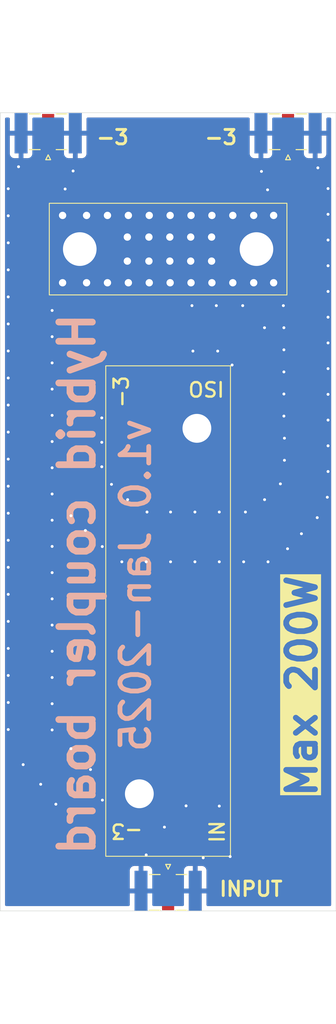
<source format=kicad_pcb>
(kicad_pcb (version 20240108) (generator "pcbnew") (generator_version "8.0")
  (layers (0 "F.Cu" signal) (31 "B.Cu" signal) (34 "B.Paste" user) (35 "F.Paste" user) (36 "B.SilkS" user "B.Silkscreen") (37 "F.SilkS" user "F.Silkscreen") (38 "B.Mask" user) (39 "F.Mask" user) (44 "Edge.Cuts" user))
  (net 0 "")
  (net 1 "GND")
  (net 2 "Net-(J0-In)")
  (net 3 "Net-(J90-In)")
  (net 4 "Net-(JIn1-In)")
  (net 5 "Net-(U1-ISO)")
  (footprint "Footprints:RfPower" (layer "F.Cu") (at 136.9 101.52 90)
    (property "Reference" "U1" (hide yes))
    (property "Value" "~" (hide yes))
    (fp_rect (start -25.5 -6.5) (end 25.5 6.5) (stroke (width 0.1)) (fill none) (layer "F.SilkS"))
    (fp_text user "IN" (at -24.25 6 90) (layer "F.SilkS") (effects (font (size 1.5 1.5) (thickness 0.25)) (justify left bottom)))
    (fp_text user "ISO" (at 24 6 180) (layer "F.SilkS") (effects (font (size 1.5 1.5) (thickness 0.25)) (justify left bottom)))
    (fp_text user "-3" (at 21 -4 90) (layer "F.SilkS") (effects (font (size 1.5 1.5) (thickness 0.25)) (justify left bottom)))
    (fp_text user "-3" (at -22 -2.5 180) (layer "F.SilkS") (effects (font (size 1.5 1.5) (thickness 0.25)) (justify left bottom)))
    (pad "1" smd rect (at -23 -9.275) (size 3 3) (layers "F.Cu" "F.Paste" "F.Mask") (net 2 "Net-(J0-In)"))
    (pad "2" smd rect (at 23 -9.275) (size 3 3) (layers "F.Cu" "F.Paste" "F.Mask") (net 3 "Net-(J90-In)"))
    (pad "3" smd rect (at -23 9.25) (size 3 3) (layers "F.Cu" "F.Paste" "F.Mask") (net 4 "Net-(JIn1-In)"))
    (pad "4" smd rect (at 23 9.25) (size 3 3) (layers "F.Cu" "F.Paste" "F.Mask") (net 5 "Net-(U1-ISO)"))
    (pad "5" thru_hole circle (at -19 -3 90) (size 5 5) (drill 3) (layers "*.Cu" "*.Mask") (net 1 "GND"))
    (pad "5" thru_hole circle (at 19 3 90) (size 5 5) (drill 3) (layers "*.Cu" "*.Mask") (net 1 "GND"))
  )
  (footprint "Connector_Coaxial:SMA_Samtec_SMA-J-P-X-ST-EM1_EdgeMount" (layer "F.Cu") (at 136.9 130.6275)
    (property "Reference" "JIn1" (hide yes))
    (property "Value" "~")
    (fp_line (start -1.95 -1.71) (end -0.84 -1.71) (stroke (width 0.12)) (layer "F.SilkS"))
    (fp_line (start -1.95 2) (end -0.84 2) (stroke (width 0.12)) (layer "F.SilkS"))
    (fp_line (start -0.25 -2.76) (end 0 -2.26) (stroke (width 0.12)) (layer "F.SilkS"))
    (fp_line (start 0 -2.26) (end 0.25 -2.76) (stroke (width 0.12)) (layer "F.SilkS"))
    (fp_line (start 0.25 -2.76) (end -0.25 -2.76) (stroke (width 0.12)) (layer "F.SilkS"))
    (fp_line (start 0.84 -1.71) (end 1.95 -1.71) (stroke (width 0.12)) (layer "F.SilkS"))
    (fp_line (start 0.84 2) (end 1.95 2) (stroke (width 0.12)) (layer "F.SilkS"))
    (pad "1" smd rect (at 0 0.2) (size 1.27 3.6) (layers "F.Cu" "F.Paste" "F.Mask") (net 4 "Net-(JIn1-In)"))
    (pad "2" smd rect (at -2.825 0) (size 1.35 4.2) (layers "F.Cu" "F.Paste" "F.Mask") (net 1 "GND"))
    (pad "2" smd rect (at -2.825 0) (size 1.35 4.2) (layers "B.Cu" "B.Paste" "B.Mask") (net 1 "GND"))
    (pad "2" smd rect (at 2.825 0) (size 1.35 4.2) (layers "F.Cu" "F.Paste" "F.Mask") (net 1 "GND"))
    (pad "2" smd rect (at 2.825 0) (size 1.35 4.2) (layers "B.Cu" "B.Paste" "B.Mask") (net 1 "GND"))
  )
  (footprint "Footprints:32-7001" (layer "F.Cu") (at 136.9 63.88 180)
    (property "Reference" "R1" (hide yes))
    (property "Value" "32-7001" (hide yes))
    (fp_rect (start -12.385 -4.765) (end 12.385 4.765) (stroke (width 0.1)) (fill none) (layer "F.SilkS"))
    (pad "1" smd rect (at 0 -8.15 90) (size 3.8 2) (layers "F.Cu" "F.Paste" "F.Mask") (net 5 "Net-(U1-ISO)"))
    (pad "2" thru_hole circle (at -11 -3.5 180) (size 1.524 1.524) (drill 0.762) (layers "*.Cu" "*.Mask") (net 1 "GND"))
    (pad "2" thru_hole circle (at -11 3.5 180) (size 1.524 1.524) (drill 0.762) (layers "*.Cu" "*.Mask") (net 1 "GND"))
    (pad "2" thru_hole circle (at -9.21 0 90) (size 5 5) (drill 3.5) (layers "*.Cu" "*.Mask") (net 1 "GND"))
    (pad "2" thru_hole circle (at -8.922223 -3.5 180) (size 1.524 1.524) (drill 0.762) (layers "*.Cu" "*.Mask") (net 1 "GND"))
    (pad "2" thru_hole circle (at -8.922223 3.5 180) (size 1.524 1.524) (drill 0.762) (layers "*.Cu" "*.Mask") (net 1 "GND"))
    (pad "2" thru_hole circle (at -6.744446 -3.5 180) (size 1.524 1.524) (drill 0.762) (layers "*.Cu" "*.Mask") (net 1 "GND"))
    (pad "2" thru_hole circle (at -6.744446 3.5 180) (size 1.524 1.524) (drill 0.762) (layers "*.Cu" "*.Mask") (net 1 "GND"))
    (pad "2" thru_hole circle (at -4.566669 -3.5 180) (size 1.524 1.524) (drill 0.762) (layers "*.Cu" "*.Mask") (net 1 "GND"))
    (pad "2" thru_hole circle (at -4.566669 3.5 180) (size 1.524 1.524) (drill 0.762) (layers "*.Cu" "*.Mask") (net 1 "GND"))
    (pad "2" thru_hole circle (at -4.533331 -1.25 180) (size 1.524 1.524) (drill 0.762) (layers "*.Cu" "*.Mask") (net 1 "GND"))
    (pad "2" thru_hole circle (at -4.533331 1.25 180) (size 1.524 1.524) (drill 0.762) (layers "*.Cu" "*.Mask") (net 1 "GND"))
    (pad "2" thru_hole circle (at -2.388892 -3.5 180) (size 1.524 1.524) (drill 0.762) (layers "*.Cu" "*.Mask") (net 1 "GND"))
    (pad "2" thru_hole circle (at -2.388892 3.5 180) (size 1.524 1.524) (drill 0.762) (layers "*.Cu" "*.Mask") (net 1 "GND"))
    (pad "2" thru_hole circle (at -2.355554 -1.25 180) (size 1.524 1.524) (drill 0.762) (layers "*.Cu" "*.Mask") (net 1 "GND"))
    (pad "2" thru_hole circle (at -2.355554 1.25 180) (size 1.524 1.524) (drill 0.762) (layers "*.Cu" "*.Mask") (net 1 "GND"))
    (pad "2" thru_hole circle (at -0.211115 -3.5 180) (size 1.524 1.524) (drill 0.762) (layers "*.Cu" "*.Mask") (net 1 "GND"))
    (pad "2" thru_hole circle (at -0.211115 3.5 180) (size 1.524 1.524) (drill 0.762) (layers "*.Cu" "*.Mask") (net 1 "GND"))
    (pad "2" thru_hole circle (at -0.177777 -1.25 180) (size 1.524 1.524) (drill 0.762) (layers "*.Cu" "*.Mask") (net 1 "GND"))
    (pad "2" thru_hole circle (at -0.177777 1.25 180) (size 1.524 1.524) (drill 0.762) (layers "*.Cu" "*.Mask") (net 1 "GND"))
    (pad "2" smd rect (at 0 0 90) (size 9.4 24.6) (layers "F.Cu" "F.Mask") (net 1 "GND"))
    (pad "2" smd rect (at 0 0 90) (size 9.4 24.6) (layers "B.Cu" "B.Mask") (net 1 "GND"))
    (pad "2" thru_hole circle (at 1.966662 -3.5 180) (size 1.524 1.524) (drill 0.762) (layers "*.Cu" "*.Mask") (net 1 "GND"))
    (pad "2" thru_hole circle (at 1.966662 3.5 180) (size 1.524 1.524) (drill 0.762) (layers "*.Cu" "*.Mask") (net 1 "GND"))
    (pad "2" thru_hole circle (at 2 -1.25 180) (size 1.524 1.524) (drill 0.762) (layers "*.Cu" "*.Mask") (net 1 "GND"))
    (pad "2" thru_hole circle (at 2 1.25 180) (size 1.524 1.524) (drill 0.762) (layers "*.Cu" "*.Mask") (net 1 "GND"))
    (pad "2" thru_hole circle (at 4.144439 -3.5 180) (size 1.524 1.524) (drill 0.762) (layers "*.Cu" "*.Mask") (net 1 "GND"))
    (pad "2" thru_hole circle (at 4.144439 3.5 180) (size 1.524 1.524) (drill 0.762) (layers "*.Cu" "*.Mask") (net 1 "GND"))
    (pad "2" thru_hole circle (at 4.25 -1.25 180) (size 1.524 1.524) (drill 0.762) (layers "*.Cu" "*.Mask") (net 1 "GND"))
    (pad "2" thru_hole circle (at 4.25 1.25 180) (size 1.524 1.524) (drill 0.762) (layers "*.Cu" "*.Mask") (net 1 "GND"))
    (pad "2" thru_hole circle (at 6.322216 -3.5 180) (size 1.524 1.524) (drill 0.762) (layers "*.Cu" "*.Mask") (net 1 "GND"))
    (pad "2" thru_hole circle (at 6.322216 3.5 180) (size 1.524 1.524) (drill 0.762) (layers "*.Cu" "*.Mask") (net 1 "GND"))
    (pad "2" thru_hole circle (at 8.5 -3.5 180) (size 1.524 1.524) (drill 0.762) (layers "*.Cu" "*.Mask") (net 1 "GND"))
    (pad "2" thru_hole circle (at 8.5 3.5 180) (size 1.524 1.524) (drill 0.762) (layers "*.Cu" "*.Mask") (net 1 "GND"))
    (pad "2" thru_hole circle (at 9.21 0 90) (size 5 5) (drill 3.5) (layers "*.Cu" "*.Mask") (net 1 "GND"))
    (pad "2" thru_hole circle (at 11 -3.5 180) (size 1.524 1.524) (drill 0.762) (layers "*.Cu" "*.Mask") (net 1 "GND"))
    (pad "2" thru_hole circle (at 11 3.5 180) (size 1.524 1.524) (drill 0.762) (layers "*.Cu" "*.Mask") (net 1 "GND"))
  )
  (footprint "Connector_Coaxial:SMA_Samtec_SMA-J-P-X-ST-EM1_EdgeMount" (layer "F.Cu") (at 149.401 51.827 180)
    (property "Reference" "J90" (hide yes))
    (property "Value" "~")
    (fp_line (start 0.84 2) (end 1.95 2) (stroke (width 0.12)) (layer "F.SilkS"))
    (fp_line (start 0.84 -1.71) (end 1.95 -1.71) (stroke (width 0.12)) (layer "F.SilkS"))
    (fp_line (start 0.25 -2.76) (end -0.25 -2.76) (stroke (width 0.12)) (layer "F.SilkS"))
    (fp_line (start 0 -2.26) (end 0.25 -2.76) (stroke (width 0.12)) (layer "F.SilkS"))
    (fp_line (start -0.25 -2.76) (end 0 -2.26) (stroke (width 0.12)) (layer "F.SilkS"))
    (fp_line (start -1.95 2) (end -0.84 2) (stroke (width 0.12)) (layer "F.SilkS"))
    (fp_line (start -1.95 -1.71) (end -0.84 -1.71) (stroke (width 0.12)) (layer "F.SilkS"))
    (pad "1" smd rect (at 0 0.2 180) (size 1.27 3.6) (layers "F.Cu" "F.Paste" "F.Mask") (net 3 "Net-(J90-In)"))
    (pad "2" smd rect (at -2.825 0 180) (size 1.35 4.2) (layers "F.Cu" "F.Paste" "F.Mask") (net 1 "GND"))
    (pad "2" smd rect (at -2.825 0 180) (size 1.35 4.2) (layers "B.Cu" "B.Paste" "B.Mask") (net 1 "GND"))
    (pad "2" smd rect (at 2.825 0 180) (size 1.35 4.2) (layers "F.Cu" "F.Paste" "F.Mask") (net 1 "GND"))
    (pad "2" smd rect (at 2.825 0 180) (size 1.35 4.2) (layers "B.Cu" "B.Paste" "B.Mask") (net 1 "GND"))
  )
  (footprint "Connector_Coaxial:SMA_Samtec_SMA-J-P-X-ST-EM1_EdgeMount" (layer "F.Cu") (at 124.395 51.827 180)
    (property "Reference" "J0" (hide yes))
    (property "Value" "~")
    (fp_line (start 0.84 2) (end 1.95 2) (stroke (width 0.12)) (layer "F.SilkS"))
    (fp_line (start 0.84 -1.71) (end 1.95 -1.71) (stroke (width 0.12)) (layer "F.SilkS"))
    (fp_line (start 0.25 -2.76) (end -0.25 -2.76) (stroke (width 0.12)) (layer "F.SilkS"))
    (fp_line (start 0 -2.26) (end 0.25 -2.76) (stroke (width 0.12)) (layer "F.SilkS"))
    (fp_line (start -0.25 -2.76) (end 0 -2.26) (stroke (width 0.12)) (layer "F.SilkS"))
    (fp_line (start -1.95 2) (end -0.84 2) (stroke (width 0.12)) (layer "F.SilkS"))
    (fp_line (start -1.95 -1.71) (end -0.84 -1.71) (stroke (width 0.12)) (layer "F.SilkS"))
    (pad "1" smd rect (at 0 0.2 180) (size 1.27 3.6) (layers "F.Cu" "F.Paste" "F.Mask") (net 2 "Net-(J0-In)"))
    (pad "2" smd rect (at -2.825 0 180) (size 1.35 4.2) (layers "F.Cu" "F.Paste" "F.Mask") (net 1 "GND"))
    (pad "2" smd rect (at -2.825 0 180) (size 1.35 4.2) (layers "B.Cu" "B.Paste" "B.Mask") (net 1 "GND"))
    (pad "2" smd rect (at 2.825 0 180) (size 1.35 4.2) (layers "F.Cu" "F.Paste" "F.Mask") (net 1 "GND"))
    (pad "2" smd rect (at 2.825 0 180) (size 1.35 4.2) (layers "B.Cu" "B.Paste" "B.Mask") (net 1 "GND"))
  )
  (gr_rect (start 119.4 49.7) (end 154.4 132.7) (stroke (width 0.05)) (fill none) (layer "Edge.Cuts"))
  (gr_text "Hybrid coupler board" (at 129.467 70.173378 90) (layer "B.SilkS") (effects (font (size 3.5 3.5) (thickness 0.7) (bold yes)) (justify left bottom mirror)))
  (gr_text "v1.0 Jan-2025" (at 135.275 81.221 90) (layer "B.SilkS") (effects (font (size 3 3) (thickness 0.5) (bold yes)) (justify left bottom mirror)))
  (gr_text "Max 200W" (at 152.609 121.148 90) (layer "F.SilkS" knockout) (effects (font (size 3 3) (thickness 0.6) (bold yes)) (justify left bottom)))
  (gr_text "-3       -3" (at 129.276 53.138 0) (layer "F.SilkS") (effects (font (size 1.5 1.5) (thickness 0.3) (bold yes)) (justify left bottom)))
  (gr_text "INPUT" (at 142.09 131.299 0) (layer "F.SilkS") (effects (font (size 1.5 1.5) (thickness 0.3) (bold yes)) (justify left bottom)))
  (via (at 124.808 70.263) (size 0.6) (drill 0.3) (layers "F.Cu" "B.Cu") (net 1))
  (via (at 121.308 55.318) (size 0.6) (drill 0.3) (layers "F.Cu" "B.Cu") (net 1))
  (via (at 124.808 81.168) (size 0.6) (drill 0.3) (layers "F.Cu" "B.Cu") (net 1))
  (via (at 148.913 69.76) (size 0.6) (drill 0.3) (layers "F.Cu" "B.Cu") (net 1))
  (via (at 139.486 74.487) (size 0.6) (drill 0.3) (layers "F.Cu" "B.Cu") (net 1))
  (via (at 124.808 89.34675) (size 0.6) (drill 0.3) (layers "F.Cu" "B.Cu") (net 1))
  (via (at 146.948 72.057285) (size 0.6) (drill 0.3) (layers "F.Cu" "B.Cu") (net 1))
  (via (at 124.808 100.25175) (size 0.6) (drill 0.3) (layers "F.Cu" "B.Cu") (net 1))
  (via (at 134.615 126.87875) (size 0.6) (drill 0.3) (layers "F.Cu" "B.Cu") (net 1))
  (via (at 123.617 119.533) (size 0.6) (drill 0.3) (layers "F.Cu" "B.Cu") (net 1))
  (via (at 148.97 76.651855) (size 0.6) (drill 0.3) (layers "F.Cu" "B.Cu") (net 1))
  (via (at 144.96 91.223) (size 0.6) (drill 0.3) (layers "F.Cu" "B.Cu") (net 1))
  (via (at 144.775 96.39875) (size 0.6) (drill 0.3) (layers "F.Cu" "B.Cu") (net 1))
  (via (at 153.571 57.588) (size 0.6) (drill 0.3) (layers "F.Cu" "B.Cu") (net 1))
  (via (at 120.232 60.4159) (size 0.6) (drill 0.3) (layers "F.Cu" "B.Cu") (net 1))
  (via (at 153.571 76.31125) (size 0.6) (drill 0.3) (layers "F.Cu" "B.Cu") (net 1))
  (via (at 142.235 91.223) (size 0.6) (drill 0.3) (layers "F.Cu" "B.Cu") (net 1))
  (via (at 148.97 74.35457) (size 0.6) (drill 0.3) (layers "F.Cu" "B.Cu") (net 1))
  (via (at 149.027 83.54371) (size 0.6) (drill 0.3) (layers "F.Cu" "B.Cu") (net 1))
  (via (at 124.808 111.15675) (size 0.6) (drill 0.3) (layers "F.Cu" "B.Cu") (net 1))
  (via (at 153.571 65.61225) (size 0.6) (drill 0.3) (layers "F.Cu" "B.Cu") (net 1))
  (via (at 132.68 89.933) (size 0.6) (drill 0.3) (layers "F.Cu" "B.Cu") (net 1))
  (via (at 124.808 113.883) (size 0.6) (drill 0.3) (layers "F.Cu" "B.Cu") (net 1))
  (via (at 124.808 102.978) (size 0.6) (drill 0.3) (layers "F.Cu" "B.Cu") (net 1))
  (via (at 124.808 86.6205) (size 0.6) (drill 0.3) (layers "F.Cu" "B.Cu") (net 1))
  (via (at 139.695 96.39875) (size 0.6) (drill 0.3) (layers "F.Cu" "B.Cu") (net 1))
  (via (at 149.351 95.041) (size 0.6) (drill 0.3) (layers "F.Cu" "B.Cu") (net 1))
  (via (at 134.701 91.223) (size 0.6) (drill 0.3) (layers "F.Cu" "B.Cu") (net 1))
  (via (at 142.235 96.39875) (size 0.6) (drill 0.3) (layers "F.Cu" "B.Cu") (net 1))
  (via (at 121.788 117.49) (size 0.6) (drill 0.3) (layers "F.Cu" "B.Cu") (net 1))
  (via (at 130.049 121.179) (size 0.6) (drill 0.3) (layers "F.Cu" "B.Cu") (net 1))
  (via (at 153.495 89.685) (size 0.6) (drill 0.3) (layers "F.Cu" "B.Cu") (net 1))
  (via (at 120.232 94.1587) (size 0.6) (drill 0.3) (layers "F.Cu" "B.Cu") (net 1))
  (via (at 120.232 113.842) (size 0.6) (drill 0.3) (layers "F.Cu" "B.Cu") (net 1))
  (via (at 147.315 96.39875) (size 0.6) (drill 0.3) (layers "F.Cu" "B.Cu") (net 1))
  (via (at 153.571 68.287) (size 0.6) (drill 0.3) (layers "F.Cu" "B.Cu") (net 1))
  (via (at 120.232 88.5349) (size 0.6) (drill 0.3) (layers "F.Cu" "B.Cu") (net 1))
  (via (at 140.559 127.179) (size 0.6) (drill 0.3) (layers "F.Cu" "B.Cu") (net 1))
  (via (at 128.275 93.14) (size 0.6) (drill 0.3) (layers "F.Cu" "B.Cu") (net 1))
  (via (at 153.571 81.66075) (size 0.6) (drill 0.3) (layers "F.Cu" "B.Cu") (net 1))
  (via (at 143.367 127.051) (size 0.6) (drill 0.3) (layers "F.Cu" "B.Cu") (net 1))
  (via (at 144.677 69.76) (size 0.6) (drill 0.3) (layers "F.Cu" "B.Cu") (net 1))
  (via (at 148.97 81.246425) (size 0.6) (drill 0.3) (layers "F.Cu" "B.Cu") (net 1))
  (via (at 120.232 85.723) (size 0.6) (drill 0.3) (layers "F.Cu" "B.Cu") (net 1))
  (via (at 120.232 105.4063) (size 0.6) (drill 0.3) (layers "F.Cu" "B.Cu") (net 1))
  (via (at 129.984 86.514) (size 0.6) (drill 0.3) (layers "F.Cu" "B.Cu") (net 1))
  (via (at 147.268 57.718) (size 0.6) (drill 0.3) (layers "F.Cu" "B.Cu") (net 1))
  (via (at 153.571 84.3355) (size 0.6) (drill 0.3) (layers "F.Cu" "B.Cu") (net 1))
  (via (at 132.075 96.39875) (size 0.6) (drill 0.3) (layers "F.Cu" "B.Cu") (net 1))
  (via (at 153.571 60.26275) (size 0.6) (drill 0.3) (layers "F.Cu" "B.Cu") (net 1))
  (via (at 120.232 63.2278) (size 0.6) (drill 0.3) (layers "F.Cu" "B.Cu") (net 1))
  (via (at 120.232 80.0992) (size 0.6) (drill 0.3) (layers "F.Cu" "B.Cu") (net 1))
  (via (at 120.232 99.7825) (size 0.6) (drill 0.3) (layers "F.Cu" "B.Cu") (net 1))
  (via (at 137.155 91.223) (size 0.6) (drill 0.3) (layers "F.Cu" "B.Cu") (net 1))
  (via (at 148.97 78.94914) (size 0.6) (drill 0.3) (layers "F.Cu" "B.Cu") (net 1))
  (via (at 120.232 82.9111) (size 0.6) (drill 0.3) (layers "F.Cu" "B.Cu") (net 1))
  (via (at 143.571 75.934) (size 0.6) (drill 0.3) (layers "F.Cu" "B.Cu") (net 1))
  (via (at 153.571 70.96175) (size 0.6) (drill 0.3) (layers "F.Cu" "B.Cu") (net 1))
  (via (at 152.511 55.431) (size 0.6) (drill 0.3) (layers "F.Cu" "B.Cu") (net 1))
  (via (at 120.232 91.3468) (size 0.6) (drill 0.3) (layers "F.Cu" "B.Cu") (net 1))
  (via (at 120.232 96.9706) (size 0.6) (drill 0.3) (layers "F.Cu" "B.Cu") (net 1))
  (via (at 137.155 96.39875) (size 0.6) (drill 0.3) (layers "F.Cu" "B.Cu") (net 1))
  (via (at 126.995 55.75875) (size 0.6) (drill 0.3) (layers "F.Cu" "B.Cu") (net 1))
  (via (at 130.997 88.344) (size 0.6) (drill 0.3) (layers "F.Cu" "B.Cu") (net 1))
  (via (at 120.232 57.604) (size 0.6) (drill 0.3) (layers "F.Cu" "B.Cu") (net 1))
  (via (at 124.808 83.89425) (size 0.6) (drill 0.3) (layers "F.Cu" "B.Cu") (net 1))
  (via (at 134.615 96.39875) (size 0.6) (drill 0.3) (layers "F.Cu" "B.Cu") (net 1))
  (via (at 120.232 71.6635) (size 0.6) (drill 0.3) (layers "F.Cu" "B.Cu") (net 1))
  (via (at 152.443 91.807) (size 0.6) (drill 0.3) (layers "F.Cu" "B.Cu") (net 1))
  (via (at 128.808 118.001) (size 0.6) (drill 0.3) (layers "F.Cu" "B.Cu") (net 1))
  (via (at 136.516 123.988) (size 0.6) (drill 0.3) (layers "F.Cu" "B.Cu") (net 1))
  (via (at 146.63 55.803) (size 0.6) (drill 0.3) (layers "F.Cu" "B.Cu") (net 1))
  (via (at 124.808 97.5255) (size 0.6) (drill 0.3) (layers "F.Cu" "B.Cu") (net 1))
  (via (at 153.571 62.9375) (size 0.6) (drill 0.3) (layers "F.Cu" "B.Cu") (net 1))
  (via (at 124.808 92.073) (size 0.6) (drill 0.3) (layers "F.Cu" "B.Cu") (net 1))
  (via (at 141.926 69.76) (size 0.6) (drill 0.3) (layers "F.Cu" "B.Cu") (net 1))
  (via (at 142.068 74.487) (size 0.6) (drill 0.3) (layers "F.Cu" "B.Cu") (net 1))
  (via (at 120.232 66.0397) (size 0.6) (drill 0.3) (layers "F.Cu" "B.Cu") (net 1))
  (via (at 142.235 121.79875) (size 0.6) (drill 0.3) (layers "F.Cu" "B.Cu") (net 1))
  (via (at 149.027 85.841) (size 0.6) (drill 0.3) (layers "F.Cu" "B.Cu") (net 1))
  (via (at 124.808 94.79925) (size 0.6) (drill 0.3) (layers "F.Cu" "B.Cu") (net 1))
  (via (at 126.766 115.831) (size 0.6) (drill 0.3) (layers "F.Cu" "B.Cu") (net 1))
  (via (at 124.808 75.7155) (size 0.6) (drill 0.3) (layers "F.Cu" "B.Cu") (net 1))
  (via (at 120.232 108.2182) (size 0.6) (drill 0.3) (layers "F.Cu" "B.Cu") (net 1))
  (via (at 153.571 78.986) (size 0.6) (drill 0.3) (layers "F.Cu" "B.Cu") (net 1))
  (via (at 124.808 105.70425) (size 0.6) (drill 0.3) (layers "F.Cu" "B.Cu") (net 1))
  (via (at 126.772 91.608) (size 0.6) (drill 0.3) (layers "F.Cu" "B.Cu") (net 1))
  (via (at 148.604 88.294) (size 0.6) (drill 0.3) (layers "F.Cu" "B.Cu") (net 1))
  (via (at 130.034 94.814) (size 0.6) (drill 0.3) (layers "F.Cu" "B.Cu") (net 1))
  (via (at 120.232 74.4754) (size 0.6) (drill 0.3) (layers "F.Cu" "B.Cu") (net 1))
  (via (at 153.571 87.01025) (size 0.6) (drill 0.3) (layers "F.Cu" "B.Cu") (net 1))
  (via (at 150.798 93.48) (size 0.6) (drill 0.3) (layers "F.Cu" "B.Cu") (net 1))
  (via (at 120.232 77.2873) (size 0.6) (drill 0.3) (layers "F.Cu" "B.Cu") (net 1))
  (via (at 120.232 68.8516) (size 0.6) (drill 0.3) (layers "F.Cu" "B.Cu") (net 1))
  (via (at 124.808 78.44175) (size 0.6) (drill 0.3) (layers "F.Cu" "B.Cu") (net 1))
  (via (at 148.97 72.057285) (size 0.6) (drill 0.3) (layers "F.Cu" "B.Cu") (net 1))
  (via (at 139.695 91.223) (size 0.6) (drill 0.3) (layers "F.Cu" "B.Cu") (net 1))
  (via (at 139.386 69.76) (size 0.6) (drill 0.3) (layers "F.Cu" "B.Cu") (net 1))
  (via (at 129.984 83.974) (size 0.6) (drill 0.3) (layers "F.Cu" "B.Cu") (net 1))
  (via (at 138.772 121.775) (size 0.6) (drill 0.3) (layers "F.Cu" "B.Cu") (net 1))
  (via (at 153.571 73.6365) (size 0.6) (drill 0.3) (layers "F.Cu" "B.Cu") (net 1))
  (via (at 125.198 121.605) (size 0.6) (drill 0.3) (layers "F.Cu" "B.Cu") (net 1))
  (via (at 120.232 111.0301) (size 0.6) (drill 0.3) (layers "F.Cu" "B.Cu") (net 1))
  (via (at 129.984 81.434) (size 0.6) (drill 0.3) (layers "F.Cu" "B.Cu") (net 1))
  (via (at 146.956 89.938) (size 0.6) (drill 0.3) (layers "F.Cu" "B.Cu") (net 1))
  (via (at 120.232 102.5944) (size 0.6) (drill 0.3) (layers "F.Cu" "B.Cu") (net 1))
  (via (at 124.808 72.98925) (size 0.6) (drill 0.3) (layers "F.Cu" "B.Cu") (net 1))
  (via (at 126.164 57.633) (size 0.6) (drill 0.3) (layers "F.Cu" "B.Cu") (net 1))
  (via (at 124.808 108.4305) (size 0.6) (drill 0.3) (layers "F.Cu" "B.Cu") (net 1))
  (segment (start 122.36 114.77) (end 127.615 120.025) (width 2.1) (layer "F.Cu") (net 2))
  (segment (start 124.395 51.627) (end 124.41 51.642) (width 2.1) (layer "F.Cu") (net 2))
  (segment (start 127.615 120.025) (end 127.615 124.52) (width 2.1) (layer "F.Cu") (net 2))
  (segment (start 124.41 51.642) (end 124.41 55.95) (width 2.1) (layer "F.Cu") (net 2))
  (segment (start 122.36 58) (end 122.36 114.77) (width 2.1) (layer "F.Cu") (net 2))
  (segment (start 124.41 55.95) (end 122.36 58) (width 2.1) (layer "F.Cu") (net 2))
  (segment (start 151.39 57.86) (end 151.39 88.91) (width 2.1) (layer "F.Cu") (net 3))
  (segment (start 149.401 51.627) (end 149.395 51.633) (width 2.1) (layer "F.Cu") (net 3))
  (segment (start 127.625 88.405) (end 127.625 78.53) (width 2.1) (layer "F.Cu") (net 3))
  (segment (start 146.629 93.671) (end 132.891 93.671) (width 2.1) (layer "F.Cu") (net 3))
  (segment (start 149.395 55.865) (end 151.39 57.86) (width 2.1) (layer "F.Cu") (net 3))
  (segment (start 132.891 93.671) (end 127.625 88.405) (width 2.1) (layer "F.Cu") (net 3))
  (segment (start 127.625 78.53) (end 127.615 78.52) (width 2.1) (layer "F.Cu") (net 3))
  (segment (start 151.39 88.91) (end 146.629 93.671) (width 2.1) (layer "F.Cu") (net 3))
  (segment (start 149.395 51.633) (end 149.395 55.865) (width 2.1) (layer "F.Cu") (net 3))
  (segment (start 139.4475 124.52) (end 145.42 124.52) (width 2.1) (layer "F.Cu") (net 4))
  (segment (start 136.9 130.6875) (end 136.9 127.0675) (width 2.1) (layer "F.Cu") (net 4))
  (segment (start 136.9 127.0675) (end 139.4475 124.52) (width 2.1) (layer "F.Cu") (net 4))
  (segment (start 143.52 72.03) (end 136.967777 72.03) (width 2.1) (layer "F.Cu") (net 5))
  (segment (start 146.14 78.52) (end 146.14 74.65) (width 2.1) (layer "F.Cu") (net 5))
  (segment (start 146.14 74.65) (end 143.52 72.03) (width 2.1) (layer "F.Cu") (net 5))
  (zone (net 1) (net_name "GND") (layers "F&B.Cu") (connect_pads (clearance 0.749)) (min_thickness 0.25) (fill yes (thermal_gap 0.5) (thermal_bridge_width 0.5))
    (polygon (pts (xy 119.958 49.702) (xy 154.391 49.688) (xy 154.392 132.7) (xy 119.412 132.698) (xy 119.404 49.702)))
  )
)
</source>
